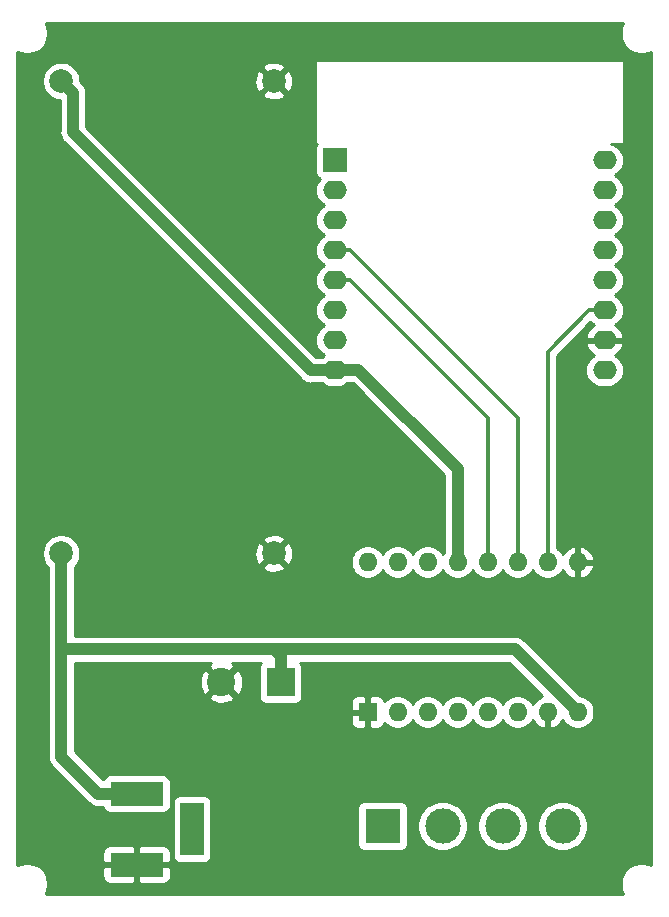
<source format=gtl>
G04 #@! TF.GenerationSoftware,KiCad,Pcbnew,(5.1.5-0-10_14)*
G04 #@! TF.CreationDate,2020-02-16T15:34:34-08:00*
G04 #@! TF.ProjectId,blinds_motor_driver,626c696e-6473-45f6-9d6f-746f725f6472,rev?*
G04 #@! TF.SameCoordinates,Original*
G04 #@! TF.FileFunction,Copper,L1,Top*
G04 #@! TF.FilePolarity,Positive*
%FSLAX46Y46*%
G04 Gerber Fmt 4.6, Leading zero omitted, Abs format (unit mm)*
G04 Created by KiCad (PCBNEW (5.1.5-0-10_14)) date 2020-02-16 15:34:34*
%MOMM*%
%LPD*%
G04 APERTURE LIST*
%ADD10O,2.000000X1.600000*%
%ADD11R,2.000000X2.000000*%
%ADD12C,2.000000*%
%ADD13C,3.000000*%
%ADD14R,3.000000X3.000000*%
%ADD15R,4.500000X2.000000*%
%ADD16R,2.000000X4.500000*%
%ADD17C,2.400000*%
%ADD18R,2.400000X2.400000*%
%ADD19O,1.600000X1.600000*%
%ADD20R,1.600000X1.600000*%
%ADD21C,1.000000*%
%ADD22C,0.300000*%
%ADD23C,0.254000*%
G04 APERTURE END LIST*
D10*
X150368000Y-62230000D03*
X150368000Y-64770000D03*
X150368000Y-67310000D03*
X150368000Y-69850000D03*
X150368000Y-72390000D03*
X150368000Y-74930000D03*
X150368000Y-77470000D03*
X150368000Y-80010000D03*
X127508000Y-80010000D03*
X127508000Y-77470000D03*
X127508000Y-74930000D03*
X127508000Y-72390000D03*
X127508000Y-69850000D03*
X127508000Y-67310000D03*
D11*
X127508000Y-62230000D03*
D10*
X127508000Y-64770000D03*
D12*
X104362000Y-95536000D03*
X122362000Y-95536000D03*
X122362000Y-55536000D03*
X104362000Y-55536000D03*
D13*
X146812000Y-118618000D03*
D14*
X131572000Y-118618000D03*
D13*
X141732000Y-118618000D03*
X136652000Y-118618000D03*
D15*
X110744000Y-121872000D03*
X110744000Y-115872000D03*
D16*
X115444000Y-118872000D03*
D17*
X117936000Y-106426000D03*
D18*
X122936000Y-106426000D03*
D19*
X130302000Y-96266000D03*
X148082000Y-108966000D03*
X132842000Y-96266000D03*
X145542000Y-108966000D03*
X135382000Y-96266000D03*
X143002000Y-108966000D03*
X137922000Y-96266000D03*
X140462000Y-108966000D03*
X140462000Y-96266000D03*
X137922000Y-108966000D03*
X143002000Y-96266000D03*
X135382000Y-108966000D03*
X145542000Y-96266000D03*
X132842000Y-108966000D03*
X148082000Y-96266000D03*
D20*
X130302000Y-108966000D03*
D21*
X104362000Y-96950213D02*
X104362000Y-95536000D01*
X107494000Y-115872000D02*
X104362000Y-112740000D01*
X110744000Y-115872000D02*
X107494000Y-115872000D01*
X122936000Y-104226000D02*
X122936000Y-106426000D01*
X122374000Y-103664000D02*
X122936000Y-104226000D01*
X104362000Y-103664000D02*
X122374000Y-103664000D01*
X104362000Y-112740000D02*
X104362000Y-103664000D01*
X104362000Y-103664000D02*
X104362000Y-96950213D01*
X142780000Y-103664000D02*
X148082000Y-108966000D01*
X122374000Y-103664000D02*
X142780000Y-103664000D01*
D22*
X149068000Y-77470000D02*
X150368000Y-77470000D01*
X148082000Y-78456000D02*
X149068000Y-77470000D01*
X148082000Y-96266000D02*
X148082000Y-78456000D01*
D21*
X125508000Y-80010000D02*
X127508000Y-80010000D01*
X105361999Y-59863999D02*
X125508000Y-80010000D01*
X105361999Y-56535999D02*
X105361999Y-59863999D01*
X104362000Y-55536000D02*
X105361999Y-56535999D01*
X137922000Y-88424000D02*
X137922000Y-95134630D01*
X137922000Y-95134630D02*
X137922000Y-96266000D01*
X129508000Y-80010000D02*
X137922000Y-88424000D01*
X127508000Y-80010000D02*
X129508000Y-80010000D01*
D22*
X128808000Y-72390000D02*
X127508000Y-72390000D01*
X140462000Y-84044000D02*
X128808000Y-72390000D01*
X140462000Y-96266000D02*
X140462000Y-84044000D01*
X143002000Y-84044000D02*
X128808000Y-69850000D01*
X128808000Y-69850000D02*
X127508000Y-69850000D01*
X143002000Y-96266000D02*
X143002000Y-84044000D01*
X149068000Y-74930000D02*
X150368000Y-74930000D01*
X145542000Y-78456000D02*
X149068000Y-74930000D01*
X145542000Y-96266000D02*
X145542000Y-78456000D01*
D23*
G36*
X151930180Y-50660914D02*
G01*
X151796646Y-50983293D01*
X151728571Y-51325529D01*
X151728571Y-51674471D01*
X151796646Y-52016707D01*
X151930180Y-52339086D01*
X152124041Y-52629220D01*
X152370780Y-52875959D01*
X152660914Y-53069820D01*
X152983293Y-53203354D01*
X153325529Y-53271429D01*
X153674471Y-53271429D01*
X154016707Y-53203354D01*
X154339086Y-53069820D01*
X154340000Y-53069209D01*
X154340001Y-121930791D01*
X154339086Y-121930180D01*
X154016707Y-121796646D01*
X153674471Y-121728571D01*
X153325529Y-121728571D01*
X152983293Y-121796646D01*
X152660914Y-121930180D01*
X152370780Y-122124041D01*
X152124041Y-122370780D01*
X151930180Y-122660914D01*
X151796646Y-122983293D01*
X151728571Y-123325529D01*
X151728571Y-123674471D01*
X151796646Y-124016707D01*
X151930180Y-124339086D01*
X151930791Y-124340000D01*
X103069209Y-124340000D01*
X103069820Y-124339086D01*
X103203354Y-124016707D01*
X103271429Y-123674471D01*
X103271429Y-123325529D01*
X103203354Y-122983293D01*
X103157255Y-122872000D01*
X107855928Y-122872000D01*
X107868188Y-122996482D01*
X107904498Y-123116180D01*
X107963463Y-123226494D01*
X108042815Y-123323185D01*
X108139506Y-123402537D01*
X108249820Y-123461502D01*
X108369518Y-123497812D01*
X108494000Y-123510072D01*
X110458250Y-123507000D01*
X110617000Y-123348250D01*
X110617000Y-121999000D01*
X110871000Y-121999000D01*
X110871000Y-123348250D01*
X111029750Y-123507000D01*
X112994000Y-123510072D01*
X113118482Y-123497812D01*
X113238180Y-123461502D01*
X113348494Y-123402537D01*
X113445185Y-123323185D01*
X113524537Y-123226494D01*
X113583502Y-123116180D01*
X113619812Y-122996482D01*
X113632072Y-122872000D01*
X113629000Y-122157750D01*
X113470250Y-121999000D01*
X110871000Y-121999000D01*
X110617000Y-121999000D01*
X108017750Y-121999000D01*
X107859000Y-122157750D01*
X107855928Y-122872000D01*
X103157255Y-122872000D01*
X103069820Y-122660914D01*
X102875959Y-122370780D01*
X102629220Y-122124041D01*
X102339086Y-121930180D01*
X102016707Y-121796646D01*
X101674471Y-121728571D01*
X101325529Y-121728571D01*
X100983293Y-121796646D01*
X100660914Y-121930180D01*
X100660000Y-121930791D01*
X100660000Y-120872000D01*
X107855928Y-120872000D01*
X107859000Y-121586250D01*
X108017750Y-121745000D01*
X110617000Y-121745000D01*
X110617000Y-120395750D01*
X110871000Y-120395750D01*
X110871000Y-121745000D01*
X113470250Y-121745000D01*
X113629000Y-121586250D01*
X113632072Y-120872000D01*
X113619812Y-120747518D01*
X113583502Y-120627820D01*
X113524537Y-120517506D01*
X113445185Y-120420815D01*
X113348494Y-120341463D01*
X113238180Y-120282498D01*
X113118482Y-120246188D01*
X112994000Y-120233928D01*
X111029750Y-120237000D01*
X110871000Y-120395750D01*
X110617000Y-120395750D01*
X110458250Y-120237000D01*
X108494000Y-120233928D01*
X108369518Y-120246188D01*
X108249820Y-120282498D01*
X108139506Y-120341463D01*
X108042815Y-120420815D01*
X107963463Y-120517506D01*
X107904498Y-120627820D01*
X107868188Y-120747518D01*
X107855928Y-120872000D01*
X100660000Y-120872000D01*
X100660000Y-95374967D01*
X102727000Y-95374967D01*
X102727000Y-95697033D01*
X102789832Y-96012912D01*
X102913082Y-96310463D01*
X103092013Y-96578252D01*
X103227000Y-96713239D01*
X103227000Y-97005964D01*
X103227001Y-97005974D01*
X103227000Y-103608248D01*
X103221509Y-103664000D01*
X103227001Y-103719762D01*
X103227000Y-112684248D01*
X103221509Y-112740000D01*
X103227000Y-112795751D01*
X103243423Y-112962498D01*
X103308324Y-113176446D01*
X103413716Y-113373623D01*
X103555551Y-113546449D01*
X103598865Y-113581996D01*
X106652009Y-116635141D01*
X106687551Y-116678449D01*
X106791193Y-116763506D01*
X106860377Y-116820284D01*
X107057553Y-116925676D01*
X107271501Y-116990577D01*
X107494000Y-117012491D01*
X107549752Y-117007000D01*
X107871379Y-117007000D01*
X107904498Y-117116180D01*
X107963463Y-117226494D01*
X108042815Y-117323185D01*
X108139506Y-117402537D01*
X108249820Y-117461502D01*
X108369518Y-117497812D01*
X108494000Y-117510072D01*
X112994000Y-117510072D01*
X113118482Y-117497812D01*
X113238180Y-117461502D01*
X113348494Y-117402537D01*
X113445185Y-117323185D01*
X113524537Y-117226494D01*
X113583502Y-117116180D01*
X113619812Y-116996482D01*
X113632072Y-116872000D01*
X113632072Y-116622000D01*
X113805928Y-116622000D01*
X113805928Y-121122000D01*
X113818188Y-121246482D01*
X113854498Y-121366180D01*
X113913463Y-121476494D01*
X113992815Y-121573185D01*
X114089506Y-121652537D01*
X114199820Y-121711502D01*
X114319518Y-121747812D01*
X114444000Y-121760072D01*
X116444000Y-121760072D01*
X116568482Y-121747812D01*
X116688180Y-121711502D01*
X116798494Y-121652537D01*
X116895185Y-121573185D01*
X116974537Y-121476494D01*
X117033502Y-121366180D01*
X117069812Y-121246482D01*
X117082072Y-121122000D01*
X117082072Y-117118000D01*
X129433928Y-117118000D01*
X129433928Y-120118000D01*
X129446188Y-120242482D01*
X129482498Y-120362180D01*
X129541463Y-120472494D01*
X129620815Y-120569185D01*
X129717506Y-120648537D01*
X129827820Y-120707502D01*
X129947518Y-120743812D01*
X130072000Y-120756072D01*
X133072000Y-120756072D01*
X133196482Y-120743812D01*
X133316180Y-120707502D01*
X133426494Y-120648537D01*
X133523185Y-120569185D01*
X133602537Y-120472494D01*
X133661502Y-120362180D01*
X133697812Y-120242482D01*
X133710072Y-120118000D01*
X133710072Y-118407721D01*
X134517000Y-118407721D01*
X134517000Y-118828279D01*
X134599047Y-119240756D01*
X134759988Y-119629302D01*
X134993637Y-119978983D01*
X135291017Y-120276363D01*
X135640698Y-120510012D01*
X136029244Y-120670953D01*
X136441721Y-120753000D01*
X136862279Y-120753000D01*
X137274756Y-120670953D01*
X137663302Y-120510012D01*
X138012983Y-120276363D01*
X138310363Y-119978983D01*
X138544012Y-119629302D01*
X138704953Y-119240756D01*
X138787000Y-118828279D01*
X138787000Y-118407721D01*
X139597000Y-118407721D01*
X139597000Y-118828279D01*
X139679047Y-119240756D01*
X139839988Y-119629302D01*
X140073637Y-119978983D01*
X140371017Y-120276363D01*
X140720698Y-120510012D01*
X141109244Y-120670953D01*
X141521721Y-120753000D01*
X141942279Y-120753000D01*
X142354756Y-120670953D01*
X142743302Y-120510012D01*
X143092983Y-120276363D01*
X143390363Y-119978983D01*
X143624012Y-119629302D01*
X143784953Y-119240756D01*
X143867000Y-118828279D01*
X143867000Y-118407721D01*
X144677000Y-118407721D01*
X144677000Y-118828279D01*
X144759047Y-119240756D01*
X144919988Y-119629302D01*
X145153637Y-119978983D01*
X145451017Y-120276363D01*
X145800698Y-120510012D01*
X146189244Y-120670953D01*
X146601721Y-120753000D01*
X147022279Y-120753000D01*
X147434756Y-120670953D01*
X147823302Y-120510012D01*
X148172983Y-120276363D01*
X148470363Y-119978983D01*
X148704012Y-119629302D01*
X148864953Y-119240756D01*
X148947000Y-118828279D01*
X148947000Y-118407721D01*
X148864953Y-117995244D01*
X148704012Y-117606698D01*
X148470363Y-117257017D01*
X148172983Y-116959637D01*
X147823302Y-116725988D01*
X147434756Y-116565047D01*
X147022279Y-116483000D01*
X146601721Y-116483000D01*
X146189244Y-116565047D01*
X145800698Y-116725988D01*
X145451017Y-116959637D01*
X145153637Y-117257017D01*
X144919988Y-117606698D01*
X144759047Y-117995244D01*
X144677000Y-118407721D01*
X143867000Y-118407721D01*
X143784953Y-117995244D01*
X143624012Y-117606698D01*
X143390363Y-117257017D01*
X143092983Y-116959637D01*
X142743302Y-116725988D01*
X142354756Y-116565047D01*
X141942279Y-116483000D01*
X141521721Y-116483000D01*
X141109244Y-116565047D01*
X140720698Y-116725988D01*
X140371017Y-116959637D01*
X140073637Y-117257017D01*
X139839988Y-117606698D01*
X139679047Y-117995244D01*
X139597000Y-118407721D01*
X138787000Y-118407721D01*
X138704953Y-117995244D01*
X138544012Y-117606698D01*
X138310363Y-117257017D01*
X138012983Y-116959637D01*
X137663302Y-116725988D01*
X137274756Y-116565047D01*
X136862279Y-116483000D01*
X136441721Y-116483000D01*
X136029244Y-116565047D01*
X135640698Y-116725988D01*
X135291017Y-116959637D01*
X134993637Y-117257017D01*
X134759988Y-117606698D01*
X134599047Y-117995244D01*
X134517000Y-118407721D01*
X133710072Y-118407721D01*
X133710072Y-117118000D01*
X133697812Y-116993518D01*
X133661502Y-116873820D01*
X133602537Y-116763506D01*
X133523185Y-116666815D01*
X133426494Y-116587463D01*
X133316180Y-116528498D01*
X133196482Y-116492188D01*
X133072000Y-116479928D01*
X130072000Y-116479928D01*
X129947518Y-116492188D01*
X129827820Y-116528498D01*
X129717506Y-116587463D01*
X129620815Y-116666815D01*
X129541463Y-116763506D01*
X129482498Y-116873820D01*
X129446188Y-116993518D01*
X129433928Y-117118000D01*
X117082072Y-117118000D01*
X117082072Y-116622000D01*
X117069812Y-116497518D01*
X117033502Y-116377820D01*
X116974537Y-116267506D01*
X116895185Y-116170815D01*
X116798494Y-116091463D01*
X116688180Y-116032498D01*
X116568482Y-115996188D01*
X116444000Y-115983928D01*
X114444000Y-115983928D01*
X114319518Y-115996188D01*
X114199820Y-116032498D01*
X114089506Y-116091463D01*
X113992815Y-116170815D01*
X113913463Y-116267506D01*
X113854498Y-116377820D01*
X113818188Y-116497518D01*
X113805928Y-116622000D01*
X113632072Y-116622000D01*
X113632072Y-114872000D01*
X113619812Y-114747518D01*
X113583502Y-114627820D01*
X113524537Y-114517506D01*
X113445185Y-114420815D01*
X113348494Y-114341463D01*
X113238180Y-114282498D01*
X113118482Y-114246188D01*
X112994000Y-114233928D01*
X108494000Y-114233928D01*
X108369518Y-114246188D01*
X108249820Y-114282498D01*
X108139506Y-114341463D01*
X108042815Y-114420815D01*
X107963463Y-114517506D01*
X107904498Y-114627820D01*
X107892966Y-114665835D01*
X105497000Y-112269869D01*
X105497000Y-109766000D01*
X128863928Y-109766000D01*
X128876188Y-109890482D01*
X128912498Y-110010180D01*
X128971463Y-110120494D01*
X129050815Y-110217185D01*
X129147506Y-110296537D01*
X129257820Y-110355502D01*
X129377518Y-110391812D01*
X129502000Y-110404072D01*
X130016250Y-110401000D01*
X130175000Y-110242250D01*
X130175000Y-109093000D01*
X129025750Y-109093000D01*
X128867000Y-109251750D01*
X128863928Y-109766000D01*
X105497000Y-109766000D01*
X105497000Y-107703980D01*
X116837626Y-107703980D01*
X116957514Y-107988836D01*
X117281210Y-108149699D01*
X117630069Y-108244322D01*
X117990684Y-108269067D01*
X118349198Y-108222985D01*
X118691833Y-108107846D01*
X118914486Y-107988836D01*
X119034374Y-107703980D01*
X117936000Y-106605605D01*
X116837626Y-107703980D01*
X105497000Y-107703980D01*
X105497000Y-106480684D01*
X116092933Y-106480684D01*
X116139015Y-106839198D01*
X116254154Y-107181833D01*
X116373164Y-107404486D01*
X116658020Y-107524374D01*
X117756395Y-106426000D01*
X118115605Y-106426000D01*
X119213980Y-107524374D01*
X119498836Y-107404486D01*
X119659699Y-107080790D01*
X119754322Y-106731931D01*
X119779067Y-106371316D01*
X119732985Y-106012802D01*
X119617846Y-105670167D01*
X119498836Y-105447514D01*
X119213980Y-105327626D01*
X118115605Y-106426000D01*
X117756395Y-106426000D01*
X116658020Y-105327626D01*
X116373164Y-105447514D01*
X116212301Y-105771210D01*
X116117678Y-106120069D01*
X116092933Y-106480684D01*
X105497000Y-106480684D01*
X105497000Y-104799000D01*
X117077557Y-104799000D01*
X116957514Y-104863164D01*
X116837626Y-105148020D01*
X117936000Y-106246395D01*
X119034374Y-105148020D01*
X118914486Y-104863164D01*
X118785372Y-104799000D01*
X121264967Y-104799000D01*
X121205463Y-104871506D01*
X121146498Y-104981820D01*
X121110188Y-105101518D01*
X121097928Y-105226000D01*
X121097928Y-107626000D01*
X121110188Y-107750482D01*
X121146498Y-107870180D01*
X121205463Y-107980494D01*
X121284815Y-108077185D01*
X121381506Y-108156537D01*
X121491820Y-108215502D01*
X121611518Y-108251812D01*
X121736000Y-108264072D01*
X124136000Y-108264072D01*
X124260482Y-108251812D01*
X124380180Y-108215502D01*
X124472790Y-108166000D01*
X128863928Y-108166000D01*
X128867000Y-108680250D01*
X129025750Y-108839000D01*
X130175000Y-108839000D01*
X130175000Y-107689750D01*
X130016250Y-107531000D01*
X129502000Y-107527928D01*
X129377518Y-107540188D01*
X129257820Y-107576498D01*
X129147506Y-107635463D01*
X129050815Y-107714815D01*
X128971463Y-107811506D01*
X128912498Y-107921820D01*
X128876188Y-108041518D01*
X128863928Y-108166000D01*
X124472790Y-108166000D01*
X124490494Y-108156537D01*
X124587185Y-108077185D01*
X124666537Y-107980494D01*
X124725502Y-107870180D01*
X124761812Y-107750482D01*
X124774072Y-107626000D01*
X124774072Y-105226000D01*
X124761812Y-105101518D01*
X124725502Y-104981820D01*
X124666537Y-104871506D01*
X124607033Y-104799000D01*
X142309869Y-104799000D01*
X145110098Y-107599229D01*
X145058913Y-107614754D01*
X144804580Y-107734963D01*
X144578586Y-107902481D01*
X144389615Y-108110869D01*
X144278067Y-108296865D01*
X144273680Y-108286273D01*
X144116637Y-108051241D01*
X143916759Y-107851363D01*
X143681727Y-107694320D01*
X143420574Y-107586147D01*
X143143335Y-107531000D01*
X142860665Y-107531000D01*
X142583426Y-107586147D01*
X142322273Y-107694320D01*
X142087241Y-107851363D01*
X141887363Y-108051241D01*
X141732000Y-108283759D01*
X141576637Y-108051241D01*
X141376759Y-107851363D01*
X141141727Y-107694320D01*
X140880574Y-107586147D01*
X140603335Y-107531000D01*
X140320665Y-107531000D01*
X140043426Y-107586147D01*
X139782273Y-107694320D01*
X139547241Y-107851363D01*
X139347363Y-108051241D01*
X139192000Y-108283759D01*
X139036637Y-108051241D01*
X138836759Y-107851363D01*
X138601727Y-107694320D01*
X138340574Y-107586147D01*
X138063335Y-107531000D01*
X137780665Y-107531000D01*
X137503426Y-107586147D01*
X137242273Y-107694320D01*
X137007241Y-107851363D01*
X136807363Y-108051241D01*
X136652000Y-108283759D01*
X136496637Y-108051241D01*
X136296759Y-107851363D01*
X136061727Y-107694320D01*
X135800574Y-107586147D01*
X135523335Y-107531000D01*
X135240665Y-107531000D01*
X134963426Y-107586147D01*
X134702273Y-107694320D01*
X134467241Y-107851363D01*
X134267363Y-108051241D01*
X134112000Y-108283759D01*
X133956637Y-108051241D01*
X133756759Y-107851363D01*
X133521727Y-107694320D01*
X133260574Y-107586147D01*
X132983335Y-107531000D01*
X132700665Y-107531000D01*
X132423426Y-107586147D01*
X132162273Y-107694320D01*
X131927241Y-107851363D01*
X131728643Y-108049961D01*
X131727812Y-108041518D01*
X131691502Y-107921820D01*
X131632537Y-107811506D01*
X131553185Y-107714815D01*
X131456494Y-107635463D01*
X131346180Y-107576498D01*
X131226482Y-107540188D01*
X131102000Y-107527928D01*
X130587750Y-107531000D01*
X130429000Y-107689750D01*
X130429000Y-108839000D01*
X130449000Y-108839000D01*
X130449000Y-109093000D01*
X130429000Y-109093000D01*
X130429000Y-110242250D01*
X130587750Y-110401000D01*
X131102000Y-110404072D01*
X131226482Y-110391812D01*
X131346180Y-110355502D01*
X131456494Y-110296537D01*
X131553185Y-110217185D01*
X131632537Y-110120494D01*
X131691502Y-110010180D01*
X131727812Y-109890482D01*
X131728643Y-109882039D01*
X131927241Y-110080637D01*
X132162273Y-110237680D01*
X132423426Y-110345853D01*
X132700665Y-110401000D01*
X132983335Y-110401000D01*
X133260574Y-110345853D01*
X133521727Y-110237680D01*
X133756759Y-110080637D01*
X133956637Y-109880759D01*
X134112000Y-109648241D01*
X134267363Y-109880759D01*
X134467241Y-110080637D01*
X134702273Y-110237680D01*
X134963426Y-110345853D01*
X135240665Y-110401000D01*
X135523335Y-110401000D01*
X135800574Y-110345853D01*
X136061727Y-110237680D01*
X136296759Y-110080637D01*
X136496637Y-109880759D01*
X136652000Y-109648241D01*
X136807363Y-109880759D01*
X137007241Y-110080637D01*
X137242273Y-110237680D01*
X137503426Y-110345853D01*
X137780665Y-110401000D01*
X138063335Y-110401000D01*
X138340574Y-110345853D01*
X138601727Y-110237680D01*
X138836759Y-110080637D01*
X139036637Y-109880759D01*
X139192000Y-109648241D01*
X139347363Y-109880759D01*
X139547241Y-110080637D01*
X139782273Y-110237680D01*
X140043426Y-110345853D01*
X140320665Y-110401000D01*
X140603335Y-110401000D01*
X140880574Y-110345853D01*
X141141727Y-110237680D01*
X141376759Y-110080637D01*
X141576637Y-109880759D01*
X141732000Y-109648241D01*
X141887363Y-109880759D01*
X142087241Y-110080637D01*
X142322273Y-110237680D01*
X142583426Y-110345853D01*
X142860665Y-110401000D01*
X143143335Y-110401000D01*
X143420574Y-110345853D01*
X143681727Y-110237680D01*
X143916759Y-110080637D01*
X144116637Y-109880759D01*
X144273680Y-109645727D01*
X144278067Y-109635135D01*
X144389615Y-109821131D01*
X144578586Y-110029519D01*
X144804580Y-110197037D01*
X145058913Y-110317246D01*
X145192961Y-110357904D01*
X145415000Y-110235915D01*
X145415000Y-109093000D01*
X145395000Y-109093000D01*
X145395000Y-108839000D01*
X145415000Y-108839000D01*
X145415000Y-108819000D01*
X145669000Y-108819000D01*
X145669000Y-108839000D01*
X145689000Y-108839000D01*
X145689000Y-109093000D01*
X145669000Y-109093000D01*
X145669000Y-110235915D01*
X145891039Y-110357904D01*
X146025087Y-110317246D01*
X146279420Y-110197037D01*
X146505414Y-110029519D01*
X146694385Y-109821131D01*
X146805933Y-109635135D01*
X146810320Y-109645727D01*
X146967363Y-109880759D01*
X147167241Y-110080637D01*
X147402273Y-110237680D01*
X147663426Y-110345853D01*
X147940665Y-110401000D01*
X148223335Y-110401000D01*
X148500574Y-110345853D01*
X148761727Y-110237680D01*
X148996759Y-110080637D01*
X149196637Y-109880759D01*
X149353680Y-109645727D01*
X149461853Y-109384574D01*
X149517000Y-109107335D01*
X149517000Y-108824665D01*
X149461853Y-108547426D01*
X149353680Y-108286273D01*
X149196637Y-108051241D01*
X148996759Y-107851363D01*
X148761727Y-107694320D01*
X148500574Y-107586147D01*
X148259282Y-107538150D01*
X143621996Y-102900865D01*
X143586449Y-102857551D01*
X143413623Y-102715716D01*
X143216447Y-102610324D01*
X143002499Y-102545423D01*
X142835752Y-102529000D01*
X142835751Y-102529000D01*
X142780000Y-102523509D01*
X142724249Y-102529000D01*
X122429751Y-102529000D01*
X122374000Y-102523509D01*
X122318249Y-102529000D01*
X105497000Y-102529000D01*
X105497000Y-96713239D01*
X105538826Y-96671413D01*
X121406192Y-96671413D01*
X121501956Y-96935814D01*
X121791571Y-97076704D01*
X122103108Y-97158384D01*
X122424595Y-97177718D01*
X122743675Y-97133961D01*
X123048088Y-97028795D01*
X123222044Y-96935814D01*
X123317808Y-96671413D01*
X122362000Y-95715605D01*
X121406192Y-96671413D01*
X105538826Y-96671413D01*
X105631987Y-96578252D01*
X105810918Y-96310463D01*
X105934168Y-96012912D01*
X105997000Y-95697033D01*
X105997000Y-95598595D01*
X120720282Y-95598595D01*
X120764039Y-95917675D01*
X120869205Y-96222088D01*
X120962186Y-96396044D01*
X121226587Y-96491808D01*
X122182395Y-95536000D01*
X122541605Y-95536000D01*
X123497413Y-96491808D01*
X123761814Y-96396044D01*
X123902704Y-96106429D01*
X123984384Y-95794892D01*
X124003718Y-95473405D01*
X123959961Y-95154325D01*
X123854795Y-94849912D01*
X123761814Y-94675956D01*
X123497413Y-94580192D01*
X122541605Y-95536000D01*
X122182395Y-95536000D01*
X121226587Y-94580192D01*
X120962186Y-94675956D01*
X120821296Y-94965571D01*
X120739616Y-95277108D01*
X120720282Y-95598595D01*
X105997000Y-95598595D01*
X105997000Y-95374967D01*
X105934168Y-95059088D01*
X105810918Y-94761537D01*
X105631987Y-94493748D01*
X105538826Y-94400587D01*
X121406192Y-94400587D01*
X122362000Y-95356395D01*
X123317808Y-94400587D01*
X123222044Y-94136186D01*
X122932429Y-93995296D01*
X122620892Y-93913616D01*
X122299405Y-93894282D01*
X121980325Y-93938039D01*
X121675912Y-94043205D01*
X121501956Y-94136186D01*
X121406192Y-94400587D01*
X105538826Y-94400587D01*
X105404252Y-94266013D01*
X105136463Y-94087082D01*
X104838912Y-93963832D01*
X104523033Y-93901000D01*
X104200967Y-93901000D01*
X103885088Y-93963832D01*
X103587537Y-94087082D01*
X103319748Y-94266013D01*
X103092013Y-94493748D01*
X102913082Y-94761537D01*
X102789832Y-95059088D01*
X102727000Y-95374967D01*
X100660000Y-95374967D01*
X100660000Y-55374967D01*
X102727000Y-55374967D01*
X102727000Y-55697033D01*
X102789832Y-56012912D01*
X102913082Y-56310463D01*
X103092013Y-56578252D01*
X103319748Y-56805987D01*
X103587537Y-56984918D01*
X103885088Y-57108168D01*
X104200967Y-57171000D01*
X104226999Y-57171000D01*
X104227000Y-59808238D01*
X104221508Y-59863999D01*
X104243422Y-60086497D01*
X104308323Y-60300445D01*
X104308324Y-60300446D01*
X104413716Y-60497622D01*
X104555551Y-60670448D01*
X104598859Y-60705990D01*
X124666009Y-80773141D01*
X124701551Y-80816449D01*
X124874377Y-80958284D01*
X125071553Y-81063676D01*
X125285501Y-81128577D01*
X125508000Y-81150491D01*
X125563752Y-81145000D01*
X126428998Y-81145000D01*
X126506899Y-81208932D01*
X126756192Y-81342182D01*
X127026691Y-81424236D01*
X127237508Y-81445000D01*
X127778492Y-81445000D01*
X127989309Y-81424236D01*
X128259808Y-81342182D01*
X128509101Y-81208932D01*
X128587002Y-81145000D01*
X129037869Y-81145000D01*
X136787000Y-88894132D01*
X136787001Y-95078869D01*
X136787000Y-95078879D01*
X136787000Y-95381716D01*
X136652000Y-95583759D01*
X136496637Y-95351241D01*
X136296759Y-95151363D01*
X136061727Y-94994320D01*
X135800574Y-94886147D01*
X135523335Y-94831000D01*
X135240665Y-94831000D01*
X134963426Y-94886147D01*
X134702273Y-94994320D01*
X134467241Y-95151363D01*
X134267363Y-95351241D01*
X134112000Y-95583759D01*
X133956637Y-95351241D01*
X133756759Y-95151363D01*
X133521727Y-94994320D01*
X133260574Y-94886147D01*
X132983335Y-94831000D01*
X132700665Y-94831000D01*
X132423426Y-94886147D01*
X132162273Y-94994320D01*
X131927241Y-95151363D01*
X131727363Y-95351241D01*
X131572000Y-95583759D01*
X131416637Y-95351241D01*
X131216759Y-95151363D01*
X130981727Y-94994320D01*
X130720574Y-94886147D01*
X130443335Y-94831000D01*
X130160665Y-94831000D01*
X129883426Y-94886147D01*
X129622273Y-94994320D01*
X129387241Y-95151363D01*
X129187363Y-95351241D01*
X129030320Y-95586273D01*
X128922147Y-95847426D01*
X128867000Y-96124665D01*
X128867000Y-96407335D01*
X128922147Y-96684574D01*
X129030320Y-96945727D01*
X129187363Y-97180759D01*
X129387241Y-97380637D01*
X129622273Y-97537680D01*
X129883426Y-97645853D01*
X130160665Y-97701000D01*
X130443335Y-97701000D01*
X130720574Y-97645853D01*
X130981727Y-97537680D01*
X131216759Y-97380637D01*
X131416637Y-97180759D01*
X131572000Y-96948241D01*
X131727363Y-97180759D01*
X131927241Y-97380637D01*
X132162273Y-97537680D01*
X132423426Y-97645853D01*
X132700665Y-97701000D01*
X132983335Y-97701000D01*
X133260574Y-97645853D01*
X133521727Y-97537680D01*
X133756759Y-97380637D01*
X133956637Y-97180759D01*
X134112000Y-96948241D01*
X134267363Y-97180759D01*
X134467241Y-97380637D01*
X134702273Y-97537680D01*
X134963426Y-97645853D01*
X135240665Y-97701000D01*
X135523335Y-97701000D01*
X135800574Y-97645853D01*
X136061727Y-97537680D01*
X136296759Y-97380637D01*
X136496637Y-97180759D01*
X136652000Y-96948241D01*
X136807363Y-97180759D01*
X137007241Y-97380637D01*
X137242273Y-97537680D01*
X137503426Y-97645853D01*
X137780665Y-97701000D01*
X138063335Y-97701000D01*
X138340574Y-97645853D01*
X138601727Y-97537680D01*
X138836759Y-97380637D01*
X139036637Y-97180759D01*
X139192000Y-96948241D01*
X139347363Y-97180759D01*
X139547241Y-97380637D01*
X139782273Y-97537680D01*
X140043426Y-97645853D01*
X140320665Y-97701000D01*
X140603335Y-97701000D01*
X140880574Y-97645853D01*
X141141727Y-97537680D01*
X141376759Y-97380637D01*
X141576637Y-97180759D01*
X141732000Y-96948241D01*
X141887363Y-97180759D01*
X142087241Y-97380637D01*
X142322273Y-97537680D01*
X142583426Y-97645853D01*
X142860665Y-97701000D01*
X143143335Y-97701000D01*
X143420574Y-97645853D01*
X143681727Y-97537680D01*
X143916759Y-97380637D01*
X144116637Y-97180759D01*
X144272000Y-96948241D01*
X144427363Y-97180759D01*
X144627241Y-97380637D01*
X144862273Y-97537680D01*
X145123426Y-97645853D01*
X145400665Y-97701000D01*
X145683335Y-97701000D01*
X145960574Y-97645853D01*
X146221727Y-97537680D01*
X146456759Y-97380637D01*
X146656637Y-97180759D01*
X146813680Y-96945727D01*
X146818067Y-96935135D01*
X146929615Y-97121131D01*
X147118586Y-97329519D01*
X147344580Y-97497037D01*
X147598913Y-97617246D01*
X147732961Y-97657904D01*
X147955000Y-97535915D01*
X147955000Y-96393000D01*
X148209000Y-96393000D01*
X148209000Y-97535915D01*
X148431039Y-97657904D01*
X148565087Y-97617246D01*
X148819420Y-97497037D01*
X149045414Y-97329519D01*
X149234385Y-97121131D01*
X149379070Y-96879881D01*
X149473909Y-96615040D01*
X149352624Y-96393000D01*
X148209000Y-96393000D01*
X147955000Y-96393000D01*
X147935000Y-96393000D01*
X147935000Y-96139000D01*
X147955000Y-96139000D01*
X147955000Y-94996085D01*
X148209000Y-94996085D01*
X148209000Y-96139000D01*
X149352624Y-96139000D01*
X149473909Y-95916960D01*
X149379070Y-95652119D01*
X149234385Y-95410869D01*
X149045414Y-95202481D01*
X148819420Y-95034963D01*
X148565087Y-94914754D01*
X148431039Y-94874096D01*
X148209000Y-94996085D01*
X147955000Y-94996085D01*
X147732961Y-94874096D01*
X147598913Y-94914754D01*
X147344580Y-95034963D01*
X147118586Y-95202481D01*
X146929615Y-95410869D01*
X146818067Y-95596865D01*
X146813680Y-95586273D01*
X146656637Y-95351241D01*
X146456759Y-95151363D01*
X146327000Y-95064661D01*
X146327000Y-80010000D01*
X148726057Y-80010000D01*
X148753764Y-80291309D01*
X148835818Y-80561808D01*
X148969068Y-80811101D01*
X149148392Y-81029608D01*
X149366899Y-81208932D01*
X149616192Y-81342182D01*
X149886691Y-81424236D01*
X150097508Y-81445000D01*
X150638492Y-81445000D01*
X150849309Y-81424236D01*
X151119808Y-81342182D01*
X151369101Y-81208932D01*
X151587608Y-81029608D01*
X151766932Y-80811101D01*
X151900182Y-80561808D01*
X151982236Y-80291309D01*
X152009943Y-80010000D01*
X151982236Y-79728691D01*
X151900182Y-79458192D01*
X151766932Y-79208899D01*
X151587608Y-78990392D01*
X151369101Y-78811068D01*
X151239655Y-78741878D01*
X151257227Y-78734430D01*
X151490662Y-78575673D01*
X151688639Y-78374425D01*
X151843551Y-78138421D01*
X151949444Y-77876730D01*
X151959904Y-77819039D01*
X151837915Y-77597000D01*
X150495000Y-77597000D01*
X150495000Y-77617000D01*
X150241000Y-77617000D01*
X150241000Y-77597000D01*
X148898085Y-77597000D01*
X148776096Y-77819039D01*
X148786556Y-77876730D01*
X148892449Y-78138421D01*
X149047361Y-78374425D01*
X149245338Y-78575673D01*
X149478773Y-78734430D01*
X149496345Y-78741878D01*
X149366899Y-78811068D01*
X149148392Y-78990392D01*
X148969068Y-79208899D01*
X148835818Y-79458192D01*
X148753764Y-79728691D01*
X148726057Y-80010000D01*
X146327000Y-80010000D01*
X146327000Y-78781157D01*
X149153971Y-75954187D01*
X149366899Y-76128932D01*
X149496345Y-76198122D01*
X149478773Y-76205570D01*
X149245338Y-76364327D01*
X149047361Y-76565575D01*
X148892449Y-76801579D01*
X148786556Y-77063270D01*
X148776096Y-77120961D01*
X148898085Y-77343000D01*
X150241000Y-77343000D01*
X150241000Y-77323000D01*
X150495000Y-77323000D01*
X150495000Y-77343000D01*
X151837915Y-77343000D01*
X151959904Y-77120961D01*
X151949444Y-77063270D01*
X151843551Y-76801579D01*
X151688639Y-76565575D01*
X151490662Y-76364327D01*
X151257227Y-76205570D01*
X151239655Y-76198122D01*
X151369101Y-76128932D01*
X151587608Y-75949608D01*
X151766932Y-75731101D01*
X151900182Y-75481808D01*
X151982236Y-75211309D01*
X152009943Y-74930000D01*
X151982236Y-74648691D01*
X151900182Y-74378192D01*
X151766932Y-74128899D01*
X151587608Y-73910392D01*
X151369101Y-73731068D01*
X151236142Y-73660000D01*
X151369101Y-73588932D01*
X151587608Y-73409608D01*
X151766932Y-73191101D01*
X151900182Y-72941808D01*
X151982236Y-72671309D01*
X152009943Y-72390000D01*
X151982236Y-72108691D01*
X151900182Y-71838192D01*
X151766932Y-71588899D01*
X151587608Y-71370392D01*
X151369101Y-71191068D01*
X151236142Y-71120000D01*
X151369101Y-71048932D01*
X151587608Y-70869608D01*
X151766932Y-70651101D01*
X151900182Y-70401808D01*
X151982236Y-70131309D01*
X152009943Y-69850000D01*
X151982236Y-69568691D01*
X151900182Y-69298192D01*
X151766932Y-69048899D01*
X151587608Y-68830392D01*
X151369101Y-68651068D01*
X151236142Y-68580000D01*
X151369101Y-68508932D01*
X151587608Y-68329608D01*
X151766932Y-68111101D01*
X151900182Y-67861808D01*
X151982236Y-67591309D01*
X152009943Y-67310000D01*
X151982236Y-67028691D01*
X151900182Y-66758192D01*
X151766932Y-66508899D01*
X151587608Y-66290392D01*
X151369101Y-66111068D01*
X151236142Y-66040000D01*
X151369101Y-65968932D01*
X151587608Y-65789608D01*
X151766932Y-65571101D01*
X151900182Y-65321808D01*
X151982236Y-65051309D01*
X152009943Y-64770000D01*
X151982236Y-64488691D01*
X151900182Y-64218192D01*
X151766932Y-63968899D01*
X151587608Y-63750392D01*
X151369101Y-63571068D01*
X151236142Y-63500000D01*
X151369101Y-63428932D01*
X151587608Y-63249608D01*
X151766932Y-63031101D01*
X151900182Y-62781808D01*
X151982236Y-62511309D01*
X152009943Y-62230000D01*
X151982236Y-61948691D01*
X151900182Y-61678192D01*
X151766932Y-61428899D01*
X151587608Y-61210392D01*
X151369101Y-61031068D01*
X151119808Y-60897818D01*
X150906129Y-60833000D01*
X151892000Y-60833000D01*
X151916776Y-60830560D01*
X151940601Y-60823333D01*
X151962557Y-60811597D01*
X151981803Y-60795803D01*
X151997597Y-60776557D01*
X152009333Y-60754601D01*
X152016560Y-60730776D01*
X152019000Y-60706000D01*
X152019000Y-53848000D01*
X152016560Y-53823224D01*
X152009333Y-53799399D01*
X151997597Y-53777443D01*
X151981803Y-53758197D01*
X151962557Y-53742403D01*
X151940601Y-53730667D01*
X151916776Y-53723440D01*
X151892000Y-53721000D01*
X125984000Y-53721000D01*
X125959224Y-53723440D01*
X125935399Y-53730667D01*
X125913443Y-53742403D01*
X125894197Y-53758197D01*
X125878403Y-53777443D01*
X125866667Y-53799399D01*
X125859440Y-53823224D01*
X125857000Y-53848000D01*
X125857000Y-60706000D01*
X125859440Y-60730776D01*
X125866667Y-60754601D01*
X125878403Y-60776557D01*
X125894197Y-60795803D01*
X125913443Y-60811597D01*
X125935399Y-60823333D01*
X125959224Y-60830560D01*
X125984000Y-60833000D01*
X126012347Y-60833000D01*
X125977463Y-60875506D01*
X125918498Y-60985820D01*
X125882188Y-61105518D01*
X125869928Y-61230000D01*
X125869928Y-63230000D01*
X125882188Y-63354482D01*
X125918498Y-63474180D01*
X125977463Y-63584494D01*
X126056815Y-63681185D01*
X126153506Y-63760537D01*
X126241476Y-63807559D01*
X126109068Y-63968899D01*
X125975818Y-64218192D01*
X125893764Y-64488691D01*
X125866057Y-64770000D01*
X125893764Y-65051309D01*
X125975818Y-65321808D01*
X126109068Y-65571101D01*
X126288392Y-65789608D01*
X126506899Y-65968932D01*
X126639858Y-66040000D01*
X126506899Y-66111068D01*
X126288392Y-66290392D01*
X126109068Y-66508899D01*
X125975818Y-66758192D01*
X125893764Y-67028691D01*
X125866057Y-67310000D01*
X125893764Y-67591309D01*
X125975818Y-67861808D01*
X126109068Y-68111101D01*
X126288392Y-68329608D01*
X126506899Y-68508932D01*
X126639858Y-68580000D01*
X126506899Y-68651068D01*
X126288392Y-68830392D01*
X126109068Y-69048899D01*
X125975818Y-69298192D01*
X125893764Y-69568691D01*
X125866057Y-69850000D01*
X125893764Y-70131309D01*
X125975818Y-70401808D01*
X126109068Y-70651101D01*
X126288392Y-70869608D01*
X126506899Y-71048932D01*
X126639858Y-71120000D01*
X126506899Y-71191068D01*
X126288392Y-71370392D01*
X126109068Y-71588899D01*
X125975818Y-71838192D01*
X125893764Y-72108691D01*
X125866057Y-72390000D01*
X125893764Y-72671309D01*
X125975818Y-72941808D01*
X126109068Y-73191101D01*
X126288392Y-73409608D01*
X126506899Y-73588932D01*
X126639858Y-73660000D01*
X126506899Y-73731068D01*
X126288392Y-73910392D01*
X126109068Y-74128899D01*
X125975818Y-74378192D01*
X125893764Y-74648691D01*
X125866057Y-74930000D01*
X125893764Y-75211309D01*
X125975818Y-75481808D01*
X126109068Y-75731101D01*
X126288392Y-75949608D01*
X126506899Y-76128932D01*
X126639858Y-76200000D01*
X126506899Y-76271068D01*
X126288392Y-76450392D01*
X126109068Y-76668899D01*
X125975818Y-76918192D01*
X125893764Y-77188691D01*
X125866057Y-77470000D01*
X125893764Y-77751309D01*
X125975818Y-78021808D01*
X126109068Y-78271101D01*
X126288392Y-78489608D01*
X126506899Y-78668932D01*
X126639858Y-78740000D01*
X126506899Y-78811068D01*
X126428998Y-78875000D01*
X125978132Y-78875000D01*
X106496999Y-59393868D01*
X106496999Y-56671413D01*
X121406192Y-56671413D01*
X121501956Y-56935814D01*
X121791571Y-57076704D01*
X122103108Y-57158384D01*
X122424595Y-57177718D01*
X122743675Y-57133961D01*
X123048088Y-57028795D01*
X123222044Y-56935814D01*
X123317808Y-56671413D01*
X122362000Y-55715605D01*
X121406192Y-56671413D01*
X106496999Y-56671413D01*
X106496999Y-56591750D01*
X106502490Y-56535998D01*
X106480576Y-56313499D01*
X106452846Y-56222088D01*
X106415675Y-56099552D01*
X106310283Y-55902376D01*
X106168448Y-55729550D01*
X106125139Y-55694007D01*
X106029727Y-55598595D01*
X120720282Y-55598595D01*
X120764039Y-55917675D01*
X120869205Y-56222088D01*
X120962186Y-56396044D01*
X121226587Y-56491808D01*
X122182395Y-55536000D01*
X122541605Y-55536000D01*
X123497413Y-56491808D01*
X123761814Y-56396044D01*
X123902704Y-56106429D01*
X123984384Y-55794892D01*
X124003718Y-55473405D01*
X123959961Y-55154325D01*
X123854795Y-54849912D01*
X123761814Y-54675956D01*
X123497413Y-54580192D01*
X122541605Y-55536000D01*
X122182395Y-55536000D01*
X121226587Y-54580192D01*
X120962186Y-54675956D01*
X120821296Y-54965571D01*
X120739616Y-55277108D01*
X120720282Y-55598595D01*
X106029727Y-55598595D01*
X105997000Y-55565868D01*
X105997000Y-55374967D01*
X105934168Y-55059088D01*
X105810918Y-54761537D01*
X105631987Y-54493748D01*
X105538826Y-54400587D01*
X121406192Y-54400587D01*
X122362000Y-55356395D01*
X123317808Y-54400587D01*
X123222044Y-54136186D01*
X122932429Y-53995296D01*
X122620892Y-53913616D01*
X122299405Y-53894282D01*
X121980325Y-53938039D01*
X121675912Y-54043205D01*
X121501956Y-54136186D01*
X121406192Y-54400587D01*
X105538826Y-54400587D01*
X105404252Y-54266013D01*
X105136463Y-54087082D01*
X104838912Y-53963832D01*
X104523033Y-53901000D01*
X104200967Y-53901000D01*
X103885088Y-53963832D01*
X103587537Y-54087082D01*
X103319748Y-54266013D01*
X103092013Y-54493748D01*
X102913082Y-54761537D01*
X102789832Y-55059088D01*
X102727000Y-55374967D01*
X100660000Y-55374967D01*
X100660000Y-53069209D01*
X100660914Y-53069820D01*
X100983293Y-53203354D01*
X101325529Y-53271429D01*
X101674471Y-53271429D01*
X102016707Y-53203354D01*
X102339086Y-53069820D01*
X102629220Y-52875959D01*
X102875959Y-52629220D01*
X103069820Y-52339086D01*
X103203354Y-52016707D01*
X103271429Y-51674471D01*
X103271429Y-51325529D01*
X103203354Y-50983293D01*
X103069820Y-50660914D01*
X103069209Y-50660000D01*
X151930791Y-50660000D01*
X151930180Y-50660914D01*
G37*
X151930180Y-50660914D02*
X151796646Y-50983293D01*
X151728571Y-51325529D01*
X151728571Y-51674471D01*
X151796646Y-52016707D01*
X151930180Y-52339086D01*
X152124041Y-52629220D01*
X152370780Y-52875959D01*
X152660914Y-53069820D01*
X152983293Y-53203354D01*
X153325529Y-53271429D01*
X153674471Y-53271429D01*
X154016707Y-53203354D01*
X154339086Y-53069820D01*
X154340000Y-53069209D01*
X154340001Y-121930791D01*
X154339086Y-121930180D01*
X154016707Y-121796646D01*
X153674471Y-121728571D01*
X153325529Y-121728571D01*
X152983293Y-121796646D01*
X152660914Y-121930180D01*
X152370780Y-122124041D01*
X152124041Y-122370780D01*
X151930180Y-122660914D01*
X151796646Y-122983293D01*
X151728571Y-123325529D01*
X151728571Y-123674471D01*
X151796646Y-124016707D01*
X151930180Y-124339086D01*
X151930791Y-124340000D01*
X103069209Y-124340000D01*
X103069820Y-124339086D01*
X103203354Y-124016707D01*
X103271429Y-123674471D01*
X103271429Y-123325529D01*
X103203354Y-122983293D01*
X103157255Y-122872000D01*
X107855928Y-122872000D01*
X107868188Y-122996482D01*
X107904498Y-123116180D01*
X107963463Y-123226494D01*
X108042815Y-123323185D01*
X108139506Y-123402537D01*
X108249820Y-123461502D01*
X108369518Y-123497812D01*
X108494000Y-123510072D01*
X110458250Y-123507000D01*
X110617000Y-123348250D01*
X110617000Y-121999000D01*
X110871000Y-121999000D01*
X110871000Y-123348250D01*
X111029750Y-123507000D01*
X112994000Y-123510072D01*
X113118482Y-123497812D01*
X113238180Y-123461502D01*
X113348494Y-123402537D01*
X113445185Y-123323185D01*
X113524537Y-123226494D01*
X113583502Y-123116180D01*
X113619812Y-122996482D01*
X113632072Y-122872000D01*
X113629000Y-122157750D01*
X113470250Y-121999000D01*
X110871000Y-121999000D01*
X110617000Y-121999000D01*
X108017750Y-121999000D01*
X107859000Y-122157750D01*
X107855928Y-122872000D01*
X103157255Y-122872000D01*
X103069820Y-122660914D01*
X102875959Y-122370780D01*
X102629220Y-122124041D01*
X102339086Y-121930180D01*
X102016707Y-121796646D01*
X101674471Y-121728571D01*
X101325529Y-121728571D01*
X100983293Y-121796646D01*
X100660914Y-121930180D01*
X100660000Y-121930791D01*
X100660000Y-120872000D01*
X107855928Y-120872000D01*
X107859000Y-121586250D01*
X108017750Y-121745000D01*
X110617000Y-121745000D01*
X110617000Y-120395750D01*
X110871000Y-120395750D01*
X110871000Y-121745000D01*
X113470250Y-121745000D01*
X113629000Y-121586250D01*
X113632072Y-120872000D01*
X113619812Y-120747518D01*
X113583502Y-120627820D01*
X113524537Y-120517506D01*
X113445185Y-120420815D01*
X113348494Y-120341463D01*
X113238180Y-120282498D01*
X113118482Y-120246188D01*
X112994000Y-120233928D01*
X111029750Y-120237000D01*
X110871000Y-120395750D01*
X110617000Y-120395750D01*
X110458250Y-120237000D01*
X108494000Y-120233928D01*
X108369518Y-120246188D01*
X108249820Y-120282498D01*
X108139506Y-120341463D01*
X108042815Y-120420815D01*
X107963463Y-120517506D01*
X107904498Y-120627820D01*
X107868188Y-120747518D01*
X107855928Y-120872000D01*
X100660000Y-120872000D01*
X100660000Y-95374967D01*
X102727000Y-95374967D01*
X102727000Y-95697033D01*
X102789832Y-96012912D01*
X102913082Y-96310463D01*
X103092013Y-96578252D01*
X103227000Y-96713239D01*
X103227000Y-97005964D01*
X103227001Y-97005974D01*
X103227000Y-103608248D01*
X103221509Y-103664000D01*
X103227001Y-103719762D01*
X103227000Y-112684248D01*
X103221509Y-112740000D01*
X103227000Y-112795751D01*
X103243423Y-112962498D01*
X103308324Y-113176446D01*
X103413716Y-113373623D01*
X103555551Y-113546449D01*
X103598865Y-113581996D01*
X106652009Y-116635141D01*
X106687551Y-116678449D01*
X106791193Y-116763506D01*
X106860377Y-116820284D01*
X107057553Y-116925676D01*
X107271501Y-116990577D01*
X107494000Y-117012491D01*
X107549752Y-117007000D01*
X107871379Y-117007000D01*
X107904498Y-117116180D01*
X107963463Y-117226494D01*
X108042815Y-117323185D01*
X108139506Y-117402537D01*
X108249820Y-117461502D01*
X108369518Y-117497812D01*
X108494000Y-117510072D01*
X112994000Y-117510072D01*
X113118482Y-117497812D01*
X113238180Y-117461502D01*
X113348494Y-117402537D01*
X113445185Y-117323185D01*
X113524537Y-117226494D01*
X113583502Y-117116180D01*
X113619812Y-116996482D01*
X113632072Y-116872000D01*
X113632072Y-116622000D01*
X113805928Y-116622000D01*
X113805928Y-121122000D01*
X113818188Y-121246482D01*
X113854498Y-121366180D01*
X113913463Y-121476494D01*
X113992815Y-121573185D01*
X114089506Y-121652537D01*
X114199820Y-121711502D01*
X114319518Y-121747812D01*
X114444000Y-121760072D01*
X116444000Y-121760072D01*
X116568482Y-121747812D01*
X116688180Y-121711502D01*
X116798494Y-121652537D01*
X116895185Y-121573185D01*
X116974537Y-121476494D01*
X117033502Y-121366180D01*
X117069812Y-121246482D01*
X117082072Y-121122000D01*
X117082072Y-117118000D01*
X129433928Y-117118000D01*
X129433928Y-120118000D01*
X129446188Y-120242482D01*
X129482498Y-120362180D01*
X129541463Y-120472494D01*
X129620815Y-120569185D01*
X129717506Y-120648537D01*
X129827820Y-120707502D01*
X129947518Y-120743812D01*
X130072000Y-120756072D01*
X133072000Y-120756072D01*
X133196482Y-120743812D01*
X133316180Y-120707502D01*
X133426494Y-120648537D01*
X133523185Y-120569185D01*
X133602537Y-120472494D01*
X133661502Y-120362180D01*
X133697812Y-120242482D01*
X133710072Y-120118000D01*
X133710072Y-118407721D01*
X134517000Y-118407721D01*
X134517000Y-118828279D01*
X134599047Y-119240756D01*
X134759988Y-119629302D01*
X134993637Y-119978983D01*
X135291017Y-120276363D01*
X135640698Y-120510012D01*
X136029244Y-120670953D01*
X136441721Y-120753000D01*
X136862279Y-120753000D01*
X137274756Y-120670953D01*
X137663302Y-120510012D01*
X138012983Y-120276363D01*
X138310363Y-119978983D01*
X138544012Y-119629302D01*
X138704953Y-119240756D01*
X138787000Y-118828279D01*
X138787000Y-118407721D01*
X139597000Y-118407721D01*
X139597000Y-118828279D01*
X139679047Y-119240756D01*
X139839988Y-119629302D01*
X140073637Y-119978983D01*
X140371017Y-120276363D01*
X140720698Y-120510012D01*
X141109244Y-120670953D01*
X141521721Y-120753000D01*
X141942279Y-120753000D01*
X142354756Y-120670953D01*
X142743302Y-120510012D01*
X143092983Y-120276363D01*
X143390363Y-119978983D01*
X143624012Y-119629302D01*
X143784953Y-119240756D01*
X143867000Y-118828279D01*
X143867000Y-118407721D01*
X144677000Y-118407721D01*
X144677000Y-118828279D01*
X144759047Y-119240756D01*
X144919988Y-119629302D01*
X145153637Y-119978983D01*
X145451017Y-120276363D01*
X145800698Y-120510012D01*
X146189244Y-120670953D01*
X146601721Y-120753000D01*
X147022279Y-120753000D01*
X147434756Y-120670953D01*
X147823302Y-120510012D01*
X148172983Y-120276363D01*
X148470363Y-119978983D01*
X148704012Y-119629302D01*
X148864953Y-119240756D01*
X148947000Y-118828279D01*
X148947000Y-118407721D01*
X148864953Y-117995244D01*
X148704012Y-117606698D01*
X148470363Y-117257017D01*
X148172983Y-116959637D01*
X147823302Y-116725988D01*
X147434756Y-116565047D01*
X147022279Y-116483000D01*
X146601721Y-116483000D01*
X146189244Y-116565047D01*
X145800698Y-116725988D01*
X145451017Y-116959637D01*
X145153637Y-117257017D01*
X144919988Y-117606698D01*
X144759047Y-117995244D01*
X144677000Y-118407721D01*
X143867000Y-118407721D01*
X143784953Y-117995244D01*
X143624012Y-117606698D01*
X143390363Y-117257017D01*
X143092983Y-116959637D01*
X142743302Y-116725988D01*
X142354756Y-116565047D01*
X141942279Y-116483000D01*
X141521721Y-116483000D01*
X141109244Y-116565047D01*
X140720698Y-116725988D01*
X140371017Y-116959637D01*
X140073637Y-117257017D01*
X139839988Y-117606698D01*
X139679047Y-117995244D01*
X139597000Y-118407721D01*
X138787000Y-118407721D01*
X138704953Y-117995244D01*
X138544012Y-117606698D01*
X138310363Y-117257017D01*
X138012983Y-116959637D01*
X137663302Y-116725988D01*
X137274756Y-116565047D01*
X136862279Y-116483000D01*
X136441721Y-116483000D01*
X136029244Y-116565047D01*
X135640698Y-116725988D01*
X135291017Y-116959637D01*
X134993637Y-117257017D01*
X134759988Y-117606698D01*
X134599047Y-117995244D01*
X134517000Y-118407721D01*
X133710072Y-118407721D01*
X133710072Y-117118000D01*
X133697812Y-116993518D01*
X133661502Y-116873820D01*
X133602537Y-116763506D01*
X133523185Y-116666815D01*
X133426494Y-116587463D01*
X133316180Y-116528498D01*
X133196482Y-116492188D01*
X133072000Y-116479928D01*
X130072000Y-116479928D01*
X129947518Y-116492188D01*
X129827820Y-116528498D01*
X129717506Y-116587463D01*
X129620815Y-116666815D01*
X129541463Y-116763506D01*
X129482498Y-116873820D01*
X129446188Y-116993518D01*
X129433928Y-117118000D01*
X117082072Y-117118000D01*
X117082072Y-116622000D01*
X117069812Y-116497518D01*
X117033502Y-116377820D01*
X116974537Y-116267506D01*
X116895185Y-116170815D01*
X116798494Y-116091463D01*
X116688180Y-116032498D01*
X116568482Y-115996188D01*
X116444000Y-115983928D01*
X114444000Y-115983928D01*
X114319518Y-115996188D01*
X114199820Y-116032498D01*
X114089506Y-116091463D01*
X113992815Y-116170815D01*
X113913463Y-116267506D01*
X113854498Y-116377820D01*
X113818188Y-116497518D01*
X113805928Y-116622000D01*
X113632072Y-116622000D01*
X113632072Y-114872000D01*
X113619812Y-114747518D01*
X113583502Y-114627820D01*
X113524537Y-114517506D01*
X113445185Y-114420815D01*
X113348494Y-114341463D01*
X113238180Y-114282498D01*
X113118482Y-114246188D01*
X112994000Y-114233928D01*
X108494000Y-114233928D01*
X108369518Y-114246188D01*
X108249820Y-114282498D01*
X108139506Y-114341463D01*
X108042815Y-114420815D01*
X107963463Y-114517506D01*
X107904498Y-114627820D01*
X107892966Y-114665835D01*
X105497000Y-112269869D01*
X105497000Y-109766000D01*
X128863928Y-109766000D01*
X128876188Y-109890482D01*
X128912498Y-110010180D01*
X128971463Y-110120494D01*
X129050815Y-110217185D01*
X129147506Y-110296537D01*
X129257820Y-110355502D01*
X129377518Y-110391812D01*
X129502000Y-110404072D01*
X130016250Y-110401000D01*
X130175000Y-110242250D01*
X130175000Y-109093000D01*
X129025750Y-109093000D01*
X128867000Y-109251750D01*
X128863928Y-109766000D01*
X105497000Y-109766000D01*
X105497000Y-107703980D01*
X116837626Y-107703980D01*
X116957514Y-107988836D01*
X117281210Y-108149699D01*
X117630069Y-108244322D01*
X117990684Y-108269067D01*
X118349198Y-108222985D01*
X118691833Y-108107846D01*
X118914486Y-107988836D01*
X119034374Y-107703980D01*
X117936000Y-106605605D01*
X116837626Y-107703980D01*
X105497000Y-107703980D01*
X105497000Y-106480684D01*
X116092933Y-106480684D01*
X116139015Y-106839198D01*
X116254154Y-107181833D01*
X116373164Y-107404486D01*
X116658020Y-107524374D01*
X117756395Y-106426000D01*
X118115605Y-106426000D01*
X119213980Y-107524374D01*
X119498836Y-107404486D01*
X119659699Y-107080790D01*
X119754322Y-106731931D01*
X119779067Y-106371316D01*
X119732985Y-106012802D01*
X119617846Y-105670167D01*
X119498836Y-105447514D01*
X119213980Y-105327626D01*
X118115605Y-106426000D01*
X117756395Y-106426000D01*
X116658020Y-105327626D01*
X116373164Y-105447514D01*
X116212301Y-105771210D01*
X116117678Y-106120069D01*
X116092933Y-106480684D01*
X105497000Y-106480684D01*
X105497000Y-104799000D01*
X117077557Y-104799000D01*
X116957514Y-104863164D01*
X116837626Y-105148020D01*
X117936000Y-106246395D01*
X119034374Y-105148020D01*
X118914486Y-104863164D01*
X118785372Y-104799000D01*
X121264967Y-104799000D01*
X121205463Y-104871506D01*
X121146498Y-104981820D01*
X121110188Y-105101518D01*
X121097928Y-105226000D01*
X121097928Y-107626000D01*
X121110188Y-107750482D01*
X121146498Y-107870180D01*
X121205463Y-107980494D01*
X121284815Y-108077185D01*
X121381506Y-108156537D01*
X121491820Y-108215502D01*
X121611518Y-108251812D01*
X121736000Y-108264072D01*
X124136000Y-108264072D01*
X124260482Y-108251812D01*
X124380180Y-108215502D01*
X124472790Y-108166000D01*
X128863928Y-108166000D01*
X128867000Y-108680250D01*
X129025750Y-108839000D01*
X130175000Y-108839000D01*
X130175000Y-107689750D01*
X130016250Y-107531000D01*
X129502000Y-107527928D01*
X129377518Y-107540188D01*
X129257820Y-107576498D01*
X129147506Y-107635463D01*
X129050815Y-107714815D01*
X128971463Y-107811506D01*
X128912498Y-107921820D01*
X128876188Y-108041518D01*
X128863928Y-108166000D01*
X124472790Y-108166000D01*
X124490494Y-108156537D01*
X124587185Y-108077185D01*
X124666537Y-107980494D01*
X124725502Y-107870180D01*
X124761812Y-107750482D01*
X124774072Y-107626000D01*
X124774072Y-105226000D01*
X124761812Y-105101518D01*
X124725502Y-104981820D01*
X124666537Y-104871506D01*
X124607033Y-104799000D01*
X142309869Y-104799000D01*
X145110098Y-107599229D01*
X145058913Y-107614754D01*
X144804580Y-107734963D01*
X144578586Y-107902481D01*
X144389615Y-108110869D01*
X144278067Y-108296865D01*
X144273680Y-108286273D01*
X144116637Y-108051241D01*
X143916759Y-107851363D01*
X143681727Y-107694320D01*
X143420574Y-107586147D01*
X143143335Y-107531000D01*
X142860665Y-107531000D01*
X142583426Y-107586147D01*
X142322273Y-107694320D01*
X142087241Y-107851363D01*
X141887363Y-108051241D01*
X141732000Y-108283759D01*
X141576637Y-108051241D01*
X141376759Y-107851363D01*
X141141727Y-107694320D01*
X140880574Y-107586147D01*
X140603335Y-107531000D01*
X140320665Y-107531000D01*
X140043426Y-107586147D01*
X139782273Y-107694320D01*
X139547241Y-107851363D01*
X139347363Y-108051241D01*
X139192000Y-108283759D01*
X139036637Y-108051241D01*
X138836759Y-107851363D01*
X138601727Y-107694320D01*
X138340574Y-107586147D01*
X138063335Y-107531000D01*
X137780665Y-107531000D01*
X137503426Y-107586147D01*
X137242273Y-107694320D01*
X137007241Y-107851363D01*
X136807363Y-108051241D01*
X136652000Y-108283759D01*
X136496637Y-108051241D01*
X136296759Y-107851363D01*
X136061727Y-107694320D01*
X135800574Y-107586147D01*
X135523335Y-107531000D01*
X135240665Y-107531000D01*
X134963426Y-107586147D01*
X134702273Y-107694320D01*
X134467241Y-107851363D01*
X134267363Y-108051241D01*
X134112000Y-108283759D01*
X133956637Y-108051241D01*
X133756759Y-107851363D01*
X133521727Y-107694320D01*
X133260574Y-107586147D01*
X132983335Y-107531000D01*
X132700665Y-107531000D01*
X132423426Y-107586147D01*
X132162273Y-107694320D01*
X131927241Y-107851363D01*
X131728643Y-108049961D01*
X131727812Y-108041518D01*
X131691502Y-107921820D01*
X131632537Y-107811506D01*
X131553185Y-107714815D01*
X131456494Y-107635463D01*
X131346180Y-107576498D01*
X131226482Y-107540188D01*
X131102000Y-107527928D01*
X130587750Y-107531000D01*
X130429000Y-107689750D01*
X130429000Y-108839000D01*
X130449000Y-108839000D01*
X130449000Y-109093000D01*
X130429000Y-109093000D01*
X130429000Y-110242250D01*
X130587750Y-110401000D01*
X131102000Y-110404072D01*
X131226482Y-110391812D01*
X131346180Y-110355502D01*
X131456494Y-110296537D01*
X131553185Y-110217185D01*
X131632537Y-110120494D01*
X131691502Y-110010180D01*
X131727812Y-109890482D01*
X131728643Y-109882039D01*
X131927241Y-110080637D01*
X132162273Y-110237680D01*
X132423426Y-110345853D01*
X132700665Y-110401000D01*
X132983335Y-110401000D01*
X133260574Y-110345853D01*
X133521727Y-110237680D01*
X133756759Y-110080637D01*
X133956637Y-109880759D01*
X134112000Y-109648241D01*
X134267363Y-109880759D01*
X134467241Y-110080637D01*
X134702273Y-110237680D01*
X134963426Y-110345853D01*
X135240665Y-110401000D01*
X135523335Y-110401000D01*
X135800574Y-110345853D01*
X136061727Y-110237680D01*
X136296759Y-110080637D01*
X136496637Y-109880759D01*
X136652000Y-109648241D01*
X136807363Y-109880759D01*
X137007241Y-110080637D01*
X137242273Y-110237680D01*
X137503426Y-110345853D01*
X137780665Y-110401000D01*
X138063335Y-110401000D01*
X138340574Y-110345853D01*
X138601727Y-110237680D01*
X138836759Y-110080637D01*
X139036637Y-109880759D01*
X139192000Y-109648241D01*
X139347363Y-109880759D01*
X139547241Y-110080637D01*
X139782273Y-110237680D01*
X140043426Y-110345853D01*
X140320665Y-110401000D01*
X140603335Y-110401000D01*
X140880574Y-110345853D01*
X141141727Y-110237680D01*
X141376759Y-110080637D01*
X141576637Y-109880759D01*
X141732000Y-109648241D01*
X141887363Y-109880759D01*
X142087241Y-110080637D01*
X142322273Y-110237680D01*
X142583426Y-110345853D01*
X142860665Y-110401000D01*
X143143335Y-110401000D01*
X143420574Y-110345853D01*
X143681727Y-110237680D01*
X143916759Y-110080637D01*
X144116637Y-109880759D01*
X144273680Y-109645727D01*
X144278067Y-109635135D01*
X144389615Y-109821131D01*
X144578586Y-110029519D01*
X144804580Y-110197037D01*
X145058913Y-110317246D01*
X145192961Y-110357904D01*
X145415000Y-110235915D01*
X145415000Y-109093000D01*
X145395000Y-109093000D01*
X145395000Y-108839000D01*
X145415000Y-108839000D01*
X145415000Y-108819000D01*
X145669000Y-108819000D01*
X145669000Y-108839000D01*
X145689000Y-108839000D01*
X145689000Y-109093000D01*
X145669000Y-109093000D01*
X145669000Y-110235915D01*
X145891039Y-110357904D01*
X146025087Y-110317246D01*
X146279420Y-110197037D01*
X146505414Y-110029519D01*
X146694385Y-109821131D01*
X146805933Y-109635135D01*
X146810320Y-109645727D01*
X146967363Y-109880759D01*
X147167241Y-110080637D01*
X147402273Y-110237680D01*
X147663426Y-110345853D01*
X147940665Y-110401000D01*
X148223335Y-110401000D01*
X148500574Y-110345853D01*
X148761727Y-110237680D01*
X148996759Y-110080637D01*
X149196637Y-109880759D01*
X149353680Y-109645727D01*
X149461853Y-109384574D01*
X149517000Y-109107335D01*
X149517000Y-108824665D01*
X149461853Y-108547426D01*
X149353680Y-108286273D01*
X149196637Y-108051241D01*
X148996759Y-107851363D01*
X148761727Y-107694320D01*
X148500574Y-107586147D01*
X148259282Y-107538150D01*
X143621996Y-102900865D01*
X143586449Y-102857551D01*
X143413623Y-102715716D01*
X143216447Y-102610324D01*
X143002499Y-102545423D01*
X142835752Y-102529000D01*
X142835751Y-102529000D01*
X142780000Y-102523509D01*
X142724249Y-102529000D01*
X122429751Y-102529000D01*
X122374000Y-102523509D01*
X122318249Y-102529000D01*
X105497000Y-102529000D01*
X105497000Y-96713239D01*
X105538826Y-96671413D01*
X121406192Y-96671413D01*
X121501956Y-96935814D01*
X121791571Y-97076704D01*
X122103108Y-97158384D01*
X122424595Y-97177718D01*
X122743675Y-97133961D01*
X123048088Y-97028795D01*
X123222044Y-96935814D01*
X123317808Y-96671413D01*
X122362000Y-95715605D01*
X121406192Y-96671413D01*
X105538826Y-96671413D01*
X105631987Y-96578252D01*
X105810918Y-96310463D01*
X105934168Y-96012912D01*
X105997000Y-95697033D01*
X105997000Y-95598595D01*
X120720282Y-95598595D01*
X120764039Y-95917675D01*
X120869205Y-96222088D01*
X120962186Y-96396044D01*
X121226587Y-96491808D01*
X122182395Y-95536000D01*
X122541605Y-95536000D01*
X123497413Y-96491808D01*
X123761814Y-96396044D01*
X123902704Y-96106429D01*
X123984384Y-95794892D01*
X124003718Y-95473405D01*
X123959961Y-95154325D01*
X123854795Y-94849912D01*
X123761814Y-94675956D01*
X123497413Y-94580192D01*
X122541605Y-95536000D01*
X122182395Y-95536000D01*
X121226587Y-94580192D01*
X120962186Y-94675956D01*
X120821296Y-94965571D01*
X120739616Y-95277108D01*
X120720282Y-95598595D01*
X105997000Y-95598595D01*
X105997000Y-95374967D01*
X105934168Y-95059088D01*
X105810918Y-94761537D01*
X105631987Y-94493748D01*
X105538826Y-94400587D01*
X121406192Y-94400587D01*
X122362000Y-95356395D01*
X123317808Y-94400587D01*
X123222044Y-94136186D01*
X122932429Y-93995296D01*
X122620892Y-93913616D01*
X122299405Y-93894282D01*
X121980325Y-93938039D01*
X121675912Y-94043205D01*
X121501956Y-94136186D01*
X121406192Y-94400587D01*
X105538826Y-94400587D01*
X105404252Y-94266013D01*
X105136463Y-94087082D01*
X104838912Y-93963832D01*
X104523033Y-93901000D01*
X104200967Y-93901000D01*
X103885088Y-93963832D01*
X103587537Y-94087082D01*
X103319748Y-94266013D01*
X103092013Y-94493748D01*
X102913082Y-94761537D01*
X102789832Y-95059088D01*
X102727000Y-95374967D01*
X100660000Y-95374967D01*
X100660000Y-55374967D01*
X102727000Y-55374967D01*
X102727000Y-55697033D01*
X102789832Y-56012912D01*
X102913082Y-56310463D01*
X103092013Y-56578252D01*
X103319748Y-56805987D01*
X103587537Y-56984918D01*
X103885088Y-57108168D01*
X104200967Y-57171000D01*
X104226999Y-57171000D01*
X104227000Y-59808238D01*
X104221508Y-59863999D01*
X104243422Y-60086497D01*
X104308323Y-60300445D01*
X104308324Y-60300446D01*
X104413716Y-60497622D01*
X104555551Y-60670448D01*
X104598859Y-60705990D01*
X124666009Y-80773141D01*
X124701551Y-80816449D01*
X124874377Y-80958284D01*
X125071553Y-81063676D01*
X125285501Y-81128577D01*
X125508000Y-81150491D01*
X125563752Y-81145000D01*
X126428998Y-81145000D01*
X126506899Y-81208932D01*
X126756192Y-81342182D01*
X127026691Y-81424236D01*
X127237508Y-81445000D01*
X127778492Y-81445000D01*
X127989309Y-81424236D01*
X128259808Y-81342182D01*
X128509101Y-81208932D01*
X128587002Y-81145000D01*
X129037869Y-81145000D01*
X136787000Y-88894132D01*
X136787001Y-95078869D01*
X136787000Y-95078879D01*
X136787000Y-95381716D01*
X136652000Y-95583759D01*
X136496637Y-95351241D01*
X136296759Y-95151363D01*
X136061727Y-94994320D01*
X135800574Y-94886147D01*
X135523335Y-94831000D01*
X135240665Y-94831000D01*
X134963426Y-94886147D01*
X134702273Y-94994320D01*
X134467241Y-95151363D01*
X134267363Y-95351241D01*
X134112000Y-95583759D01*
X133956637Y-95351241D01*
X133756759Y-95151363D01*
X133521727Y-94994320D01*
X133260574Y-94886147D01*
X132983335Y-94831000D01*
X132700665Y-94831000D01*
X132423426Y-94886147D01*
X132162273Y-94994320D01*
X131927241Y-95151363D01*
X131727363Y-95351241D01*
X131572000Y-95583759D01*
X131416637Y-95351241D01*
X131216759Y-95151363D01*
X130981727Y-94994320D01*
X130720574Y-94886147D01*
X130443335Y-94831000D01*
X130160665Y-94831000D01*
X129883426Y-94886147D01*
X129622273Y-94994320D01*
X129387241Y-95151363D01*
X129187363Y-95351241D01*
X129030320Y-95586273D01*
X128922147Y-95847426D01*
X128867000Y-96124665D01*
X128867000Y-96407335D01*
X128922147Y-96684574D01*
X129030320Y-96945727D01*
X129187363Y-97180759D01*
X129387241Y-97380637D01*
X129622273Y-97537680D01*
X129883426Y-97645853D01*
X130160665Y-97701000D01*
X130443335Y-97701000D01*
X130720574Y-97645853D01*
X130981727Y-97537680D01*
X131216759Y-97380637D01*
X131416637Y-97180759D01*
X131572000Y-96948241D01*
X131727363Y-97180759D01*
X131927241Y-97380637D01*
X132162273Y-97537680D01*
X132423426Y-97645853D01*
X132700665Y-97701000D01*
X132983335Y-97701000D01*
X133260574Y-97645853D01*
X133521727Y-97537680D01*
X133756759Y-97380637D01*
X133956637Y-97180759D01*
X134112000Y-96948241D01*
X134267363Y-97180759D01*
X134467241Y-97380637D01*
X134702273Y-97537680D01*
X134963426Y-97645853D01*
X135240665Y-97701000D01*
X135523335Y-97701000D01*
X135800574Y-97645853D01*
X136061727Y-97537680D01*
X136296759Y-97380637D01*
X136496637Y-97180759D01*
X136652000Y-96948241D01*
X136807363Y-97180759D01*
X137007241Y-97380637D01*
X137242273Y-97537680D01*
X137503426Y-97645853D01*
X137780665Y-97701000D01*
X138063335Y-97701000D01*
X138340574Y-97645853D01*
X138601727Y-97537680D01*
X138836759Y-97380637D01*
X139036637Y-97180759D01*
X139192000Y-96948241D01*
X139347363Y-97180759D01*
X139547241Y-97380637D01*
X139782273Y-97537680D01*
X140043426Y-97645853D01*
X140320665Y-97701000D01*
X140603335Y-97701000D01*
X140880574Y-97645853D01*
X141141727Y-97537680D01*
X141376759Y-97380637D01*
X141576637Y-97180759D01*
X141732000Y-96948241D01*
X141887363Y-97180759D01*
X142087241Y-97380637D01*
X142322273Y-97537680D01*
X142583426Y-97645853D01*
X142860665Y-97701000D01*
X143143335Y-97701000D01*
X143420574Y-97645853D01*
X143681727Y-97537680D01*
X143916759Y-97380637D01*
X144116637Y-97180759D01*
X144272000Y-96948241D01*
X144427363Y-97180759D01*
X144627241Y-97380637D01*
X144862273Y-97537680D01*
X145123426Y-97645853D01*
X145400665Y-97701000D01*
X145683335Y-97701000D01*
X145960574Y-97645853D01*
X146221727Y-97537680D01*
X146456759Y-97380637D01*
X146656637Y-97180759D01*
X146813680Y-96945727D01*
X146818067Y-96935135D01*
X146929615Y-97121131D01*
X147118586Y-97329519D01*
X147344580Y-97497037D01*
X147598913Y-97617246D01*
X147732961Y-97657904D01*
X147955000Y-97535915D01*
X147955000Y-96393000D01*
X148209000Y-96393000D01*
X148209000Y-97535915D01*
X148431039Y-97657904D01*
X148565087Y-97617246D01*
X148819420Y-97497037D01*
X149045414Y-97329519D01*
X149234385Y-97121131D01*
X149379070Y-96879881D01*
X149473909Y-96615040D01*
X149352624Y-96393000D01*
X148209000Y-96393000D01*
X147955000Y-96393000D01*
X147935000Y-96393000D01*
X147935000Y-96139000D01*
X147955000Y-96139000D01*
X147955000Y-94996085D01*
X148209000Y-94996085D01*
X148209000Y-96139000D01*
X149352624Y-96139000D01*
X149473909Y-95916960D01*
X149379070Y-95652119D01*
X149234385Y-95410869D01*
X149045414Y-95202481D01*
X148819420Y-95034963D01*
X148565087Y-94914754D01*
X148431039Y-94874096D01*
X148209000Y-94996085D01*
X147955000Y-94996085D01*
X147732961Y-94874096D01*
X147598913Y-94914754D01*
X147344580Y-95034963D01*
X147118586Y-95202481D01*
X146929615Y-95410869D01*
X146818067Y-95596865D01*
X146813680Y-95586273D01*
X146656637Y-95351241D01*
X146456759Y-95151363D01*
X146327000Y-95064661D01*
X146327000Y-80010000D01*
X148726057Y-80010000D01*
X148753764Y-80291309D01*
X148835818Y-80561808D01*
X148969068Y-80811101D01*
X149148392Y-81029608D01*
X149366899Y-81208932D01*
X149616192Y-81342182D01*
X149886691Y-81424236D01*
X150097508Y-81445000D01*
X150638492Y-81445000D01*
X150849309Y-81424236D01*
X151119808Y-81342182D01*
X151369101Y-81208932D01*
X151587608Y-81029608D01*
X151766932Y-80811101D01*
X151900182Y-80561808D01*
X151982236Y-80291309D01*
X152009943Y-80010000D01*
X151982236Y-79728691D01*
X151900182Y-79458192D01*
X151766932Y-79208899D01*
X151587608Y-78990392D01*
X151369101Y-78811068D01*
X151239655Y-78741878D01*
X151257227Y-78734430D01*
X151490662Y-78575673D01*
X151688639Y-78374425D01*
X151843551Y-78138421D01*
X151949444Y-77876730D01*
X151959904Y-77819039D01*
X151837915Y-77597000D01*
X150495000Y-77597000D01*
X150495000Y-77617000D01*
X150241000Y-77617000D01*
X150241000Y-77597000D01*
X148898085Y-77597000D01*
X148776096Y-77819039D01*
X148786556Y-77876730D01*
X148892449Y-78138421D01*
X149047361Y-78374425D01*
X149245338Y-78575673D01*
X149478773Y-78734430D01*
X149496345Y-78741878D01*
X149366899Y-78811068D01*
X149148392Y-78990392D01*
X148969068Y-79208899D01*
X148835818Y-79458192D01*
X148753764Y-79728691D01*
X148726057Y-80010000D01*
X146327000Y-80010000D01*
X146327000Y-78781157D01*
X149153971Y-75954187D01*
X149366899Y-76128932D01*
X149496345Y-76198122D01*
X149478773Y-76205570D01*
X149245338Y-76364327D01*
X149047361Y-76565575D01*
X148892449Y-76801579D01*
X148786556Y-77063270D01*
X148776096Y-77120961D01*
X148898085Y-77343000D01*
X150241000Y-77343000D01*
X150241000Y-77323000D01*
X150495000Y-77323000D01*
X150495000Y-77343000D01*
X151837915Y-77343000D01*
X151959904Y-77120961D01*
X151949444Y-77063270D01*
X151843551Y-76801579D01*
X151688639Y-76565575D01*
X151490662Y-76364327D01*
X151257227Y-76205570D01*
X151239655Y-76198122D01*
X151369101Y-76128932D01*
X151587608Y-75949608D01*
X151766932Y-75731101D01*
X151900182Y-75481808D01*
X151982236Y-75211309D01*
X152009943Y-74930000D01*
X151982236Y-74648691D01*
X151900182Y-74378192D01*
X151766932Y-74128899D01*
X151587608Y-73910392D01*
X151369101Y-73731068D01*
X151236142Y-73660000D01*
X151369101Y-73588932D01*
X151587608Y-73409608D01*
X151766932Y-73191101D01*
X151900182Y-72941808D01*
X151982236Y-72671309D01*
X152009943Y-72390000D01*
X151982236Y-72108691D01*
X151900182Y-71838192D01*
X151766932Y-71588899D01*
X151587608Y-71370392D01*
X151369101Y-71191068D01*
X151236142Y-71120000D01*
X151369101Y-71048932D01*
X151587608Y-70869608D01*
X151766932Y-70651101D01*
X151900182Y-70401808D01*
X151982236Y-70131309D01*
X152009943Y-69850000D01*
X151982236Y-69568691D01*
X151900182Y-69298192D01*
X151766932Y-69048899D01*
X151587608Y-68830392D01*
X151369101Y-68651068D01*
X151236142Y-68580000D01*
X151369101Y-68508932D01*
X151587608Y-68329608D01*
X151766932Y-68111101D01*
X151900182Y-67861808D01*
X151982236Y-67591309D01*
X152009943Y-67310000D01*
X151982236Y-67028691D01*
X151900182Y-66758192D01*
X151766932Y-66508899D01*
X151587608Y-66290392D01*
X151369101Y-66111068D01*
X151236142Y-66040000D01*
X151369101Y-65968932D01*
X151587608Y-65789608D01*
X151766932Y-65571101D01*
X151900182Y-65321808D01*
X151982236Y-65051309D01*
X152009943Y-64770000D01*
X151982236Y-64488691D01*
X151900182Y-64218192D01*
X151766932Y-63968899D01*
X151587608Y-63750392D01*
X151369101Y-63571068D01*
X151236142Y-63500000D01*
X151369101Y-63428932D01*
X151587608Y-63249608D01*
X151766932Y-63031101D01*
X151900182Y-62781808D01*
X151982236Y-62511309D01*
X152009943Y-62230000D01*
X151982236Y-61948691D01*
X151900182Y-61678192D01*
X151766932Y-61428899D01*
X151587608Y-61210392D01*
X151369101Y-61031068D01*
X151119808Y-60897818D01*
X150906129Y-60833000D01*
X151892000Y-60833000D01*
X151916776Y-60830560D01*
X151940601Y-60823333D01*
X151962557Y-60811597D01*
X151981803Y-60795803D01*
X151997597Y-60776557D01*
X152009333Y-60754601D01*
X152016560Y-60730776D01*
X152019000Y-60706000D01*
X152019000Y-53848000D01*
X152016560Y-53823224D01*
X152009333Y-53799399D01*
X151997597Y-53777443D01*
X151981803Y-53758197D01*
X151962557Y-53742403D01*
X151940601Y-53730667D01*
X151916776Y-53723440D01*
X151892000Y-53721000D01*
X125984000Y-53721000D01*
X125959224Y-53723440D01*
X125935399Y-53730667D01*
X125913443Y-53742403D01*
X125894197Y-53758197D01*
X125878403Y-53777443D01*
X125866667Y-53799399D01*
X125859440Y-53823224D01*
X125857000Y-53848000D01*
X125857000Y-60706000D01*
X125859440Y-60730776D01*
X125866667Y-60754601D01*
X125878403Y-60776557D01*
X125894197Y-60795803D01*
X125913443Y-60811597D01*
X125935399Y-60823333D01*
X125959224Y-60830560D01*
X125984000Y-60833000D01*
X126012347Y-60833000D01*
X125977463Y-60875506D01*
X125918498Y-60985820D01*
X125882188Y-61105518D01*
X125869928Y-61230000D01*
X125869928Y-63230000D01*
X125882188Y-63354482D01*
X125918498Y-63474180D01*
X125977463Y-63584494D01*
X126056815Y-63681185D01*
X126153506Y-63760537D01*
X126241476Y-63807559D01*
X126109068Y-63968899D01*
X125975818Y-64218192D01*
X125893764Y-64488691D01*
X125866057Y-64770000D01*
X125893764Y-65051309D01*
X125975818Y-65321808D01*
X126109068Y-65571101D01*
X126288392Y-65789608D01*
X126506899Y-65968932D01*
X126639858Y-66040000D01*
X126506899Y-66111068D01*
X126288392Y-66290392D01*
X126109068Y-66508899D01*
X125975818Y-66758192D01*
X125893764Y-67028691D01*
X125866057Y-67310000D01*
X125893764Y-67591309D01*
X125975818Y-67861808D01*
X126109068Y-68111101D01*
X126288392Y-68329608D01*
X126506899Y-68508932D01*
X126639858Y-68580000D01*
X126506899Y-68651068D01*
X126288392Y-68830392D01*
X126109068Y-69048899D01*
X125975818Y-69298192D01*
X125893764Y-69568691D01*
X125866057Y-69850000D01*
X125893764Y-70131309D01*
X125975818Y-70401808D01*
X126109068Y-70651101D01*
X126288392Y-70869608D01*
X126506899Y-71048932D01*
X126639858Y-71120000D01*
X126506899Y-71191068D01*
X126288392Y-71370392D01*
X126109068Y-71588899D01*
X125975818Y-71838192D01*
X125893764Y-72108691D01*
X125866057Y-72390000D01*
X125893764Y-72671309D01*
X125975818Y-72941808D01*
X126109068Y-73191101D01*
X126288392Y-73409608D01*
X126506899Y-73588932D01*
X126639858Y-73660000D01*
X126506899Y-73731068D01*
X126288392Y-73910392D01*
X126109068Y-74128899D01*
X125975818Y-74378192D01*
X125893764Y-74648691D01*
X125866057Y-74930000D01*
X125893764Y-75211309D01*
X125975818Y-75481808D01*
X126109068Y-75731101D01*
X126288392Y-75949608D01*
X126506899Y-76128932D01*
X126639858Y-76200000D01*
X126506899Y-76271068D01*
X126288392Y-76450392D01*
X126109068Y-76668899D01*
X125975818Y-76918192D01*
X125893764Y-77188691D01*
X125866057Y-77470000D01*
X125893764Y-77751309D01*
X125975818Y-78021808D01*
X126109068Y-78271101D01*
X126288392Y-78489608D01*
X126506899Y-78668932D01*
X126639858Y-78740000D01*
X126506899Y-78811068D01*
X126428998Y-78875000D01*
X125978132Y-78875000D01*
X106496999Y-59393868D01*
X106496999Y-56671413D01*
X121406192Y-56671413D01*
X121501956Y-56935814D01*
X121791571Y-57076704D01*
X122103108Y-57158384D01*
X122424595Y-57177718D01*
X122743675Y-57133961D01*
X123048088Y-57028795D01*
X123222044Y-56935814D01*
X123317808Y-56671413D01*
X122362000Y-55715605D01*
X121406192Y-56671413D01*
X106496999Y-56671413D01*
X106496999Y-56591750D01*
X106502490Y-56535998D01*
X106480576Y-56313499D01*
X106452846Y-56222088D01*
X106415675Y-56099552D01*
X106310283Y-55902376D01*
X106168448Y-55729550D01*
X106125139Y-55694007D01*
X106029727Y-55598595D01*
X120720282Y-55598595D01*
X120764039Y-55917675D01*
X120869205Y-56222088D01*
X120962186Y-56396044D01*
X121226587Y-56491808D01*
X122182395Y-55536000D01*
X122541605Y-55536000D01*
X123497413Y-56491808D01*
X123761814Y-56396044D01*
X123902704Y-56106429D01*
X123984384Y-55794892D01*
X124003718Y-55473405D01*
X123959961Y-55154325D01*
X123854795Y-54849912D01*
X123761814Y-54675956D01*
X123497413Y-54580192D01*
X122541605Y-55536000D01*
X122182395Y-55536000D01*
X121226587Y-54580192D01*
X120962186Y-54675956D01*
X120821296Y-54965571D01*
X120739616Y-55277108D01*
X120720282Y-55598595D01*
X106029727Y-55598595D01*
X105997000Y-55565868D01*
X105997000Y-55374967D01*
X105934168Y-55059088D01*
X105810918Y-54761537D01*
X105631987Y-54493748D01*
X105538826Y-54400587D01*
X121406192Y-54400587D01*
X122362000Y-55356395D01*
X123317808Y-54400587D01*
X123222044Y-54136186D01*
X122932429Y-53995296D01*
X122620892Y-53913616D01*
X122299405Y-53894282D01*
X121980325Y-53938039D01*
X121675912Y-54043205D01*
X121501956Y-54136186D01*
X121406192Y-54400587D01*
X105538826Y-54400587D01*
X105404252Y-54266013D01*
X105136463Y-54087082D01*
X104838912Y-53963832D01*
X104523033Y-53901000D01*
X104200967Y-53901000D01*
X103885088Y-53963832D01*
X103587537Y-54087082D01*
X103319748Y-54266013D01*
X103092013Y-54493748D01*
X102913082Y-54761537D01*
X102789832Y-55059088D01*
X102727000Y-55374967D01*
X100660000Y-55374967D01*
X100660000Y-53069209D01*
X100660914Y-53069820D01*
X100983293Y-53203354D01*
X101325529Y-53271429D01*
X101674471Y-53271429D01*
X102016707Y-53203354D01*
X102339086Y-53069820D01*
X102629220Y-52875959D01*
X102875959Y-52629220D01*
X103069820Y-52339086D01*
X103203354Y-52016707D01*
X103271429Y-51674471D01*
X103271429Y-51325529D01*
X103203354Y-50983293D01*
X103069820Y-50660914D01*
X103069209Y-50660000D01*
X151930791Y-50660000D01*
X151930180Y-50660914D01*
M02*

</source>
